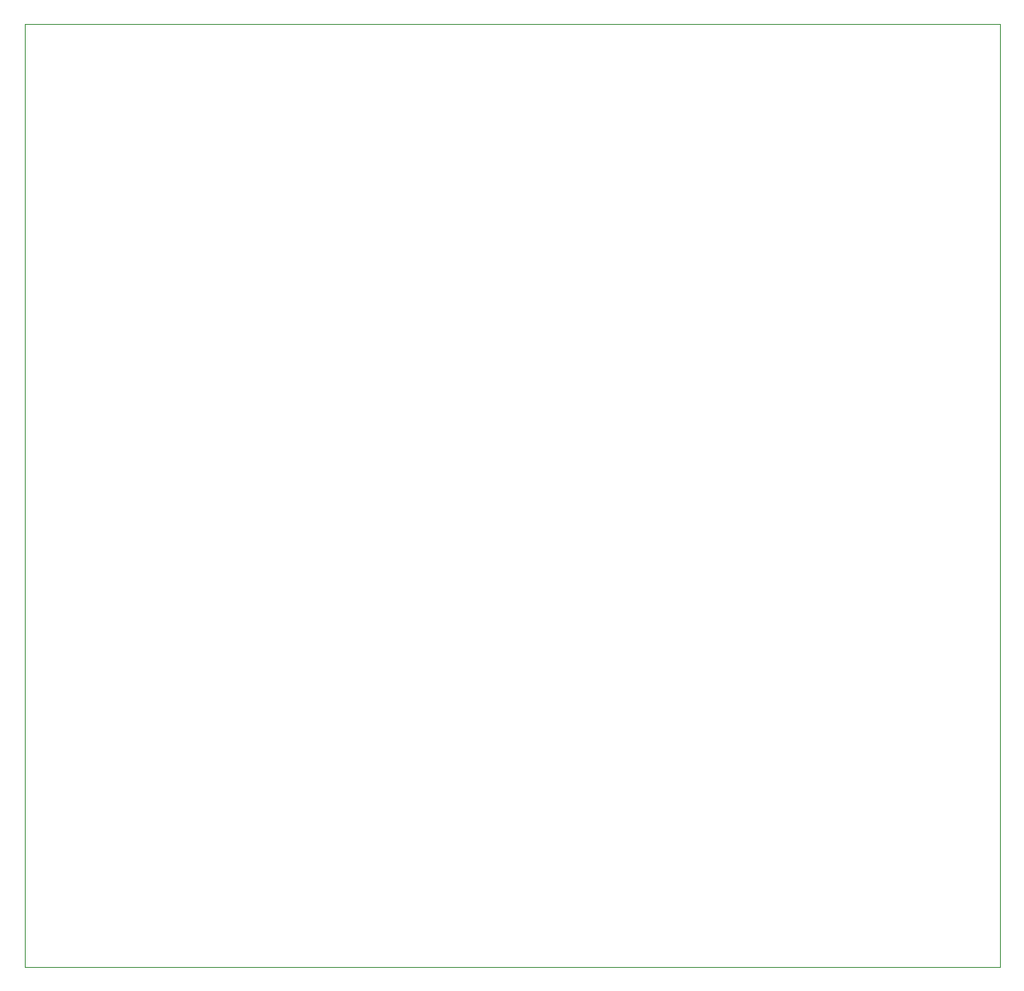
<source format=gbr>
%TF.GenerationSoftware,KiCad,Pcbnew,7.0.2-0*%
%TF.CreationDate,2024-07-16T23:18:08+09:00*%
%TF.ProjectId,am-pcb2,616d2d70-6362-4322-9e6b-696361645f70,rev?*%
%TF.SameCoordinates,Original*%
%TF.FileFunction,Profile,NP*%
%FSLAX46Y46*%
G04 Gerber Fmt 4.6, Leading zero omitted, Abs format (unit mm)*
G04 Created by KiCad (PCBNEW 7.0.2-0) date 2024-07-16 23:18:08*
%MOMM*%
%LPD*%
G01*
G04 APERTURE LIST*
%TA.AperFunction,Profile*%
%ADD10C,0.100000*%
%TD*%
G04 APERTURE END LIST*
D10*
X275590000Y-137160000D02*
X175895000Y-137160000D01*
X175895000Y-40640000D02*
X275590000Y-40640000D01*
X175895000Y-137160000D02*
X175895000Y-40640000D01*
X275590000Y-40640000D02*
X275590000Y-137160000D01*
M02*

</source>
